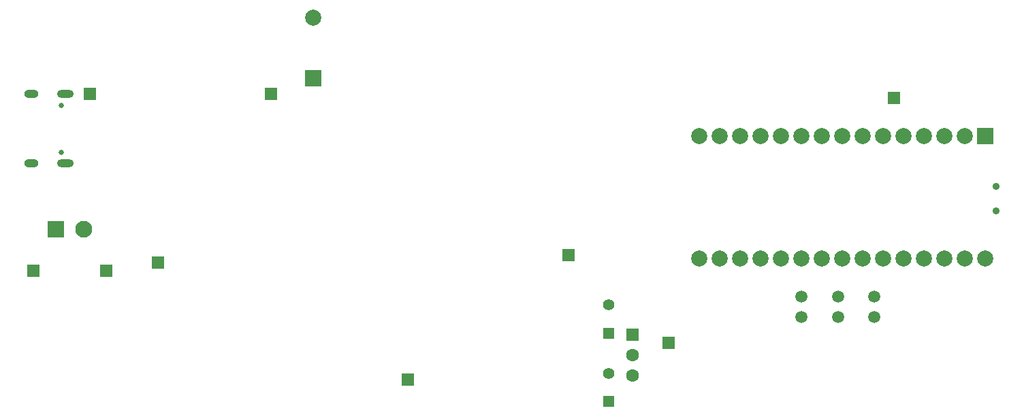
<source format=gbr>
%TF.GenerationSoftware,Altium Limited,Altium Designer,21.0.9 (235)*%
G04 Layer_Color=255*
%FSLAX45Y45*%
%MOMM*%
%TF.SameCoordinates,4BE4B6C8-753D-4877-B088-52E4D9ED0B03*%
%TF.FilePolarity,Positive*%
%TF.FileFunction,Pads,Bot*%
%TF.Part,Single*%
G01*
G75*
%TA.AperFunction,ComponentPad*%
%ADD36C,2.00000*%
%ADD37R,2.00000X2.00000*%
%ADD38C,0.90000*%
%ADD39C,1.50000*%
%ADD40R,1.50000X1.50000*%
%ADD41R,1.50000X1.50000*%
%ADD42C,2.10000*%
%ADD43R,2.10000X2.10000*%
%ADD44R,1.60000X1.60000*%
%ADD45C,1.60000*%
%ADD46C,0.65000*%
%ADD47O,2.10000X1.00000*%
%ADD48O,1.80000X1.00000*%
%ADD49R,1.40000X1.40000*%
%ADD50C,1.40000*%
D36*
X16086000Y6000000D02*
D03*
X15832001D02*
D03*
X15578000D02*
D03*
X15324001D02*
D03*
X15070000D02*
D03*
X14816000D02*
D03*
X14562000D02*
D03*
X14308000D02*
D03*
X14053999D02*
D03*
X13800000D02*
D03*
X13546001D02*
D03*
X13292000D02*
D03*
X13038000D02*
D03*
X12784000D02*
D03*
X12530000D02*
D03*
Y7524000D02*
D03*
X12784000D02*
D03*
X13038000D02*
D03*
X13292000D02*
D03*
X13546001D02*
D03*
X13800000D02*
D03*
X14053999D02*
D03*
X14308000D02*
D03*
X14562000D02*
D03*
X14816000D02*
D03*
X15070000D02*
D03*
X15324001D02*
D03*
X15578000D02*
D03*
X15832001D02*
D03*
X7725000Y9000000D02*
D03*
D37*
X16086000Y7524000D02*
D03*
X7725000Y8250000D02*
D03*
D38*
X16220000Y6600000D02*
D03*
Y6900000D02*
D03*
D39*
X14250000Y5273000D02*
D03*
Y5527000D02*
D03*
X13800000Y5273000D02*
D03*
Y5527000D02*
D03*
X14700000Y5273000D02*
D03*
Y5527000D02*
D03*
D40*
X5800000Y5950000D02*
D03*
X5150000Y5850000D02*
D03*
X4250000D02*
D03*
X12150000Y4950000D02*
D03*
X14950000Y8000000D02*
D03*
X7200000Y8050000D02*
D03*
X4950000D02*
D03*
D41*
X10900000Y6050000D02*
D03*
X8900000Y4500000D02*
D03*
D42*
X4875000Y6370000D02*
D03*
D43*
X4525000D02*
D03*
D44*
X11700000Y5054000D02*
D03*
D45*
Y4800000D02*
D03*
Y4546000D02*
D03*
D46*
X4593000Y7329000D02*
D03*
Y7907000D02*
D03*
D47*
X4643000Y8050000D02*
D03*
Y7186000D02*
D03*
D48*
X4225000Y8050000D02*
D03*
Y7186000D02*
D03*
D49*
X11400000Y5075000D02*
D03*
Y4225000D02*
D03*
D50*
Y5425000D02*
D03*
Y4575000D02*
D03*
%TF.MD5,00c9f82fa234051faeb1c75ae8e0f506*%
M02*

</source>
